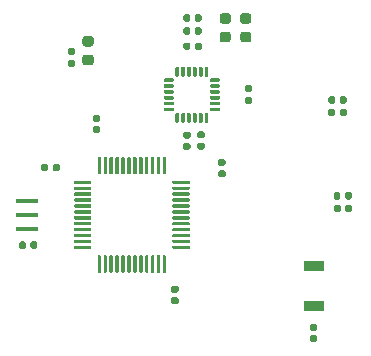
<source format=gbr>
%TF.GenerationSoftware,KiCad,Pcbnew,(5.1.6)-1*%
%TF.CreationDate,2020-08-01T22:19:46+05:30*%
%TF.ProjectId,first,66697273-742e-46b6-9963-61645f706362,rev?*%
%TF.SameCoordinates,Original*%
%TF.FileFunction,Paste,Top*%
%TF.FilePolarity,Positive*%
%FSLAX46Y46*%
G04 Gerber Fmt 4.6, Leading zero omitted, Abs format (unit mm)*
G04 Created by KiCad (PCBNEW (5.1.6)-1) date 2020-08-01 22:19:46*
%MOMM*%
%LPD*%
G01*
G04 APERTURE LIST*
%ADD10R,1.700000X0.900000*%
%ADD11R,1.900000X0.400000*%
G04 APERTURE END LIST*
D10*
%TO.C,BOOT*%
X69770000Y-59800000D03*
X69770000Y-63200000D03*
%TD*%
%TO.C,R5*%
G36*
G01*
X69942500Y-65320000D02*
X69597500Y-65320000D01*
G75*
G02*
X69450000Y-65172500I0J147500D01*
G01*
X69450000Y-64877500D01*
G75*
G02*
X69597500Y-64730000I147500J0D01*
G01*
X69942500Y-64730000D01*
G75*
G02*
X70090000Y-64877500I0J-147500D01*
G01*
X70090000Y-65172500D01*
G75*
G02*
X69942500Y-65320000I-147500J0D01*
G01*
G37*
G36*
G01*
X69942500Y-66290000D02*
X69597500Y-66290000D01*
G75*
G02*
X69450000Y-66142500I0J147500D01*
G01*
X69450000Y-65847500D01*
G75*
G02*
X69597500Y-65700000I147500J0D01*
G01*
X69942500Y-65700000D01*
G75*
G02*
X70090000Y-65847500I0J-147500D01*
G01*
X70090000Y-66142500D01*
G75*
G02*
X69942500Y-66290000I-147500J0D01*
G01*
G37*
%TD*%
%TO.C,C0_ST1*%
G36*
G01*
X62162500Y-52335000D02*
X61817500Y-52335000D01*
G75*
G02*
X61670000Y-52187500I0J147500D01*
G01*
X61670000Y-51892500D01*
G75*
G02*
X61817500Y-51745000I147500J0D01*
G01*
X62162500Y-51745000D01*
G75*
G02*
X62310000Y-51892500I0J-147500D01*
G01*
X62310000Y-52187500D01*
G75*
G02*
X62162500Y-52335000I-147500J0D01*
G01*
G37*
G36*
G01*
X62162500Y-51365000D02*
X61817500Y-51365000D01*
G75*
G02*
X61670000Y-51217500I0J147500D01*
G01*
X61670000Y-50922500D01*
G75*
G02*
X61817500Y-50775000I147500J0D01*
G01*
X62162500Y-50775000D01*
G75*
G02*
X62310000Y-50922500I0J-147500D01*
G01*
X62310000Y-51217500D01*
G75*
G02*
X62162500Y-51365000I-147500J0D01*
G01*
G37*
%TD*%
%TO.C,C1_G1*%
G36*
G01*
X59710000Y-41412500D02*
X59710000Y-41067500D01*
G75*
G02*
X59857500Y-40920000I147500J0D01*
G01*
X60152500Y-40920000D01*
G75*
G02*
X60300000Y-41067500I0J-147500D01*
G01*
X60300000Y-41412500D01*
G75*
G02*
X60152500Y-41560000I-147500J0D01*
G01*
X59857500Y-41560000D01*
G75*
G02*
X59710000Y-41412500I0J147500D01*
G01*
G37*
G36*
G01*
X58740000Y-41412500D02*
X58740000Y-41067500D01*
G75*
G02*
X58887500Y-40920000I147500J0D01*
G01*
X59182500Y-40920000D01*
G75*
G02*
X59330000Y-41067500I0J-147500D01*
G01*
X59330000Y-41412500D01*
G75*
G02*
X59182500Y-41560000I-147500J0D01*
G01*
X58887500Y-41560000D01*
G75*
G02*
X58740000Y-41412500I0J147500D01*
G01*
G37*
%TD*%
%TO.C,C1_ST1*%
G36*
G01*
X48250000Y-51327500D02*
X48250000Y-51672500D01*
G75*
G02*
X48102500Y-51820000I-147500J0D01*
G01*
X47807500Y-51820000D01*
G75*
G02*
X47660000Y-51672500I0J147500D01*
G01*
X47660000Y-51327500D01*
G75*
G02*
X47807500Y-51180000I147500J0D01*
G01*
X48102500Y-51180000D01*
G75*
G02*
X48250000Y-51327500I0J-147500D01*
G01*
G37*
G36*
G01*
X47280000Y-51327500D02*
X47280000Y-51672500D01*
G75*
G02*
X47132500Y-51820000I-147500J0D01*
G01*
X46837500Y-51820000D01*
G75*
G02*
X46690000Y-51672500I0J147500D01*
G01*
X46690000Y-51327500D01*
G75*
G02*
X46837500Y-51180000I147500J0D01*
G01*
X47132500Y-51180000D01*
G75*
G02*
X47280000Y-51327500I0J-147500D01*
G01*
G37*
%TD*%
%TO.C,C2_G1*%
G36*
G01*
X64087500Y-44530000D02*
X64432500Y-44530000D01*
G75*
G02*
X64580000Y-44677500I0J-147500D01*
G01*
X64580000Y-44972500D01*
G75*
G02*
X64432500Y-45120000I-147500J0D01*
G01*
X64087500Y-45120000D01*
G75*
G02*
X63940000Y-44972500I0J147500D01*
G01*
X63940000Y-44677500D01*
G75*
G02*
X64087500Y-44530000I147500J0D01*
G01*
G37*
G36*
G01*
X64087500Y-45500000D02*
X64432500Y-45500000D01*
G75*
G02*
X64580000Y-45647500I0J-147500D01*
G01*
X64580000Y-45942500D01*
G75*
G02*
X64432500Y-46090000I-147500J0D01*
G01*
X64087500Y-46090000D01*
G75*
G02*
X63940000Y-45942500I0J147500D01*
G01*
X63940000Y-45647500D01*
G75*
G02*
X64087500Y-45500000I147500J0D01*
G01*
G37*
%TD*%
%TO.C,C2_ST1*%
G36*
G01*
X51552500Y-47635000D02*
X51207500Y-47635000D01*
G75*
G02*
X51060000Y-47487500I0J147500D01*
G01*
X51060000Y-47192500D01*
G75*
G02*
X51207500Y-47045000I147500J0D01*
G01*
X51552500Y-47045000D01*
G75*
G02*
X51700000Y-47192500I0J-147500D01*
G01*
X51700000Y-47487500D01*
G75*
G02*
X51552500Y-47635000I-147500J0D01*
G01*
G37*
G36*
G01*
X51552500Y-48605000D02*
X51207500Y-48605000D01*
G75*
G02*
X51060000Y-48457500I0J147500D01*
G01*
X51060000Y-48162500D01*
G75*
G02*
X51207500Y-48015000I147500J0D01*
G01*
X51552500Y-48015000D01*
G75*
G02*
X51700000Y-48162500I0J-147500D01*
G01*
X51700000Y-48457500D01*
G75*
G02*
X51552500Y-48605000I-147500J0D01*
G01*
G37*
%TD*%
%TO.C,C3_G1*%
G36*
G01*
X60057500Y-48430000D02*
X60402500Y-48430000D01*
G75*
G02*
X60550000Y-48577500I0J-147500D01*
G01*
X60550000Y-48872500D01*
G75*
G02*
X60402500Y-49020000I-147500J0D01*
G01*
X60057500Y-49020000D01*
G75*
G02*
X59910000Y-48872500I0J147500D01*
G01*
X59910000Y-48577500D01*
G75*
G02*
X60057500Y-48430000I147500J0D01*
G01*
G37*
G36*
G01*
X60057500Y-49400000D02*
X60402500Y-49400000D01*
G75*
G02*
X60550000Y-49547500I0J-147500D01*
G01*
X60550000Y-49842500D01*
G75*
G02*
X60402500Y-49990000I-147500J0D01*
G01*
X60057500Y-49990000D01*
G75*
G02*
X59910000Y-49842500I0J147500D01*
G01*
X59910000Y-49547500D01*
G75*
G02*
X60057500Y-49400000I147500J0D01*
G01*
G37*
%TD*%
%TO.C,C3_ST1*%
G36*
G01*
X57837500Y-61515000D02*
X58182500Y-61515000D01*
G75*
G02*
X58330000Y-61662500I0J-147500D01*
G01*
X58330000Y-61957500D01*
G75*
G02*
X58182500Y-62105000I-147500J0D01*
G01*
X57837500Y-62105000D01*
G75*
G02*
X57690000Y-61957500I0J147500D01*
G01*
X57690000Y-61662500D01*
G75*
G02*
X57837500Y-61515000I147500J0D01*
G01*
G37*
G36*
G01*
X57837500Y-62485000D02*
X58182500Y-62485000D01*
G75*
G02*
X58330000Y-62632500I0J-147500D01*
G01*
X58330000Y-62927500D01*
G75*
G02*
X58182500Y-63075000I-147500J0D01*
G01*
X57837500Y-63075000D01*
G75*
G02*
X57690000Y-62927500I0J147500D01*
G01*
X57690000Y-62632500D01*
G75*
G02*
X57837500Y-62485000I147500J0D01*
G01*
G37*
%TD*%
%TO.C,C4_G1*%
G36*
G01*
X58857500Y-49425000D02*
X59202500Y-49425000D01*
G75*
G02*
X59350000Y-49572500I0J-147500D01*
G01*
X59350000Y-49867500D01*
G75*
G02*
X59202500Y-50015000I-147500J0D01*
G01*
X58857500Y-50015000D01*
G75*
G02*
X58710000Y-49867500I0J147500D01*
G01*
X58710000Y-49572500D01*
G75*
G02*
X58857500Y-49425000I147500J0D01*
G01*
G37*
G36*
G01*
X58857500Y-48455000D02*
X59202500Y-48455000D01*
G75*
G02*
X59350000Y-48602500I0J-147500D01*
G01*
X59350000Y-48897500D01*
G75*
G02*
X59202500Y-49045000I-147500J0D01*
G01*
X58857500Y-49045000D01*
G75*
G02*
X58710000Y-48897500I0J147500D01*
G01*
X58710000Y-48602500D01*
G75*
G02*
X58857500Y-48455000I147500J0D01*
G01*
G37*
%TD*%
%TO.C,C4_ST1*%
G36*
G01*
X45400000Y-57907500D02*
X45400000Y-58252500D01*
G75*
G02*
X45252500Y-58400000I-147500J0D01*
G01*
X44957500Y-58400000D01*
G75*
G02*
X44810000Y-58252500I0J147500D01*
G01*
X44810000Y-57907500D01*
G75*
G02*
X44957500Y-57760000I147500J0D01*
G01*
X45252500Y-57760000D01*
G75*
G02*
X45400000Y-57907500I0J-147500D01*
G01*
G37*
G36*
G01*
X46370000Y-57907500D02*
X46370000Y-58252500D01*
G75*
G02*
X46222500Y-58400000I-147500J0D01*
G01*
X45927500Y-58400000D01*
G75*
G02*
X45780000Y-58252500I0J147500D01*
G01*
X45780000Y-57907500D01*
G75*
G02*
X45927500Y-57760000I147500J0D01*
G01*
X46222500Y-57760000D01*
G75*
G02*
X46370000Y-57907500I0J-147500D01*
G01*
G37*
%TD*%
%TO.C,D1*%
G36*
G01*
X63773750Y-40020000D02*
X64286250Y-40020000D01*
G75*
G02*
X64505000Y-40238750I0J-218750D01*
G01*
X64505000Y-40676250D01*
G75*
G02*
X64286250Y-40895000I-218750J0D01*
G01*
X63773750Y-40895000D01*
G75*
G02*
X63555000Y-40676250I0J218750D01*
G01*
X63555000Y-40238750D01*
G75*
G02*
X63773750Y-40020000I218750J0D01*
G01*
G37*
G36*
G01*
X63773750Y-38445000D02*
X64286250Y-38445000D01*
G75*
G02*
X64505000Y-38663750I0J-218750D01*
G01*
X64505000Y-39101250D01*
G75*
G02*
X64286250Y-39320000I-218750J0D01*
G01*
X63773750Y-39320000D01*
G75*
G02*
X63555000Y-39101250I0J218750D01*
G01*
X63555000Y-38663750D01*
G75*
G02*
X63773750Y-38445000I218750J0D01*
G01*
G37*
%TD*%
%TO.C,D2*%
G36*
G01*
X62023750Y-38445000D02*
X62536250Y-38445000D01*
G75*
G02*
X62755000Y-38663750I0J-218750D01*
G01*
X62755000Y-39101250D01*
G75*
G02*
X62536250Y-39320000I-218750J0D01*
G01*
X62023750Y-39320000D01*
G75*
G02*
X61805000Y-39101250I0J218750D01*
G01*
X61805000Y-38663750D01*
G75*
G02*
X62023750Y-38445000I218750J0D01*
G01*
G37*
G36*
G01*
X62023750Y-40020000D02*
X62536250Y-40020000D01*
G75*
G02*
X62755000Y-40238750I0J-218750D01*
G01*
X62755000Y-40676250D01*
G75*
G02*
X62536250Y-40895000I-218750J0D01*
G01*
X62023750Y-40895000D01*
G75*
G02*
X61805000Y-40676250I0J218750D01*
G01*
X61805000Y-40238750D01*
G75*
G02*
X62023750Y-40020000I218750J0D01*
G01*
G37*
%TD*%
%TO.C,D3*%
G36*
G01*
X50926250Y-42835000D02*
X50413750Y-42835000D01*
G75*
G02*
X50195000Y-42616250I0J218750D01*
G01*
X50195000Y-42178750D01*
G75*
G02*
X50413750Y-41960000I218750J0D01*
G01*
X50926250Y-41960000D01*
G75*
G02*
X51145000Y-42178750I0J-218750D01*
G01*
X51145000Y-42616250D01*
G75*
G02*
X50926250Y-42835000I-218750J0D01*
G01*
G37*
G36*
G01*
X50926250Y-41260000D02*
X50413750Y-41260000D01*
G75*
G02*
X50195000Y-41041250I0J218750D01*
G01*
X50195000Y-40603750D01*
G75*
G02*
X50413750Y-40385000I218750J0D01*
G01*
X50926250Y-40385000D01*
G75*
G02*
X51145000Y-40603750I0J-218750D01*
G01*
X51145000Y-41041250D01*
G75*
G02*
X50926250Y-41260000I-218750J0D01*
G01*
G37*
%TD*%
%TO.C,R1*%
G36*
G01*
X71450000Y-54072500D02*
X71450000Y-53727500D01*
G75*
G02*
X71597500Y-53580000I147500J0D01*
G01*
X71892500Y-53580000D01*
G75*
G02*
X72040000Y-53727500I0J-147500D01*
G01*
X72040000Y-54072500D01*
G75*
G02*
X71892500Y-54220000I-147500J0D01*
G01*
X71597500Y-54220000D01*
G75*
G02*
X71450000Y-54072500I0J147500D01*
G01*
G37*
G36*
G01*
X72420000Y-54072500D02*
X72420000Y-53727500D01*
G75*
G02*
X72567500Y-53580000I147500J0D01*
G01*
X72862500Y-53580000D01*
G75*
G02*
X73010000Y-53727500I0J-147500D01*
G01*
X73010000Y-54072500D01*
G75*
G02*
X72862500Y-54220000I-147500J0D01*
G01*
X72567500Y-54220000D01*
G75*
G02*
X72420000Y-54072500I0J147500D01*
G01*
G37*
%TD*%
%TO.C,R2*%
G36*
G01*
X72425000Y-55142500D02*
X72425000Y-54797500D01*
G75*
G02*
X72572500Y-54650000I147500J0D01*
G01*
X72867500Y-54650000D01*
G75*
G02*
X73015000Y-54797500I0J-147500D01*
G01*
X73015000Y-55142500D01*
G75*
G02*
X72867500Y-55290000I-147500J0D01*
G01*
X72572500Y-55290000D01*
G75*
G02*
X72425000Y-55142500I0J147500D01*
G01*
G37*
G36*
G01*
X71455000Y-55142500D02*
X71455000Y-54797500D01*
G75*
G02*
X71602500Y-54650000I147500J0D01*
G01*
X71897500Y-54650000D01*
G75*
G02*
X72045000Y-54797500I0J-147500D01*
G01*
X72045000Y-55142500D01*
G75*
G02*
X71897500Y-55290000I-147500J0D01*
G01*
X71602500Y-55290000D01*
G75*
G02*
X71455000Y-55142500I0J147500D01*
G01*
G37*
%TD*%
%TO.C,R3*%
G36*
G01*
X71970000Y-45952500D02*
X71970000Y-45607500D01*
G75*
G02*
X72117500Y-45460000I147500J0D01*
G01*
X72412500Y-45460000D01*
G75*
G02*
X72560000Y-45607500I0J-147500D01*
G01*
X72560000Y-45952500D01*
G75*
G02*
X72412500Y-46100000I-147500J0D01*
G01*
X72117500Y-46100000D01*
G75*
G02*
X71970000Y-45952500I0J147500D01*
G01*
G37*
G36*
G01*
X71000000Y-45952500D02*
X71000000Y-45607500D01*
G75*
G02*
X71147500Y-45460000I147500J0D01*
G01*
X71442500Y-45460000D01*
G75*
G02*
X71590000Y-45607500I0J-147500D01*
G01*
X71590000Y-45952500D01*
G75*
G02*
X71442500Y-46100000I-147500J0D01*
G01*
X71147500Y-46100000D01*
G75*
G02*
X71000000Y-45952500I0J147500D01*
G01*
G37*
%TD*%
%TO.C,R4*%
G36*
G01*
X71005000Y-47012500D02*
X71005000Y-46667500D01*
G75*
G02*
X71152500Y-46520000I147500J0D01*
G01*
X71447500Y-46520000D01*
G75*
G02*
X71595000Y-46667500I0J-147500D01*
G01*
X71595000Y-47012500D01*
G75*
G02*
X71447500Y-47160000I-147500J0D01*
G01*
X71152500Y-47160000D01*
G75*
G02*
X71005000Y-47012500I0J147500D01*
G01*
G37*
G36*
G01*
X71975000Y-47012500D02*
X71975000Y-46667500D01*
G75*
G02*
X72122500Y-46520000I147500J0D01*
G01*
X72417500Y-46520000D01*
G75*
G02*
X72565000Y-46667500I0J-147500D01*
G01*
X72565000Y-47012500D01*
G75*
G02*
X72417500Y-47160000I-147500J0D01*
G01*
X72122500Y-47160000D01*
G75*
G02*
X71975000Y-47012500I0J147500D01*
G01*
G37*
%TD*%
%TO.C,R1_L1*%
G36*
G01*
X49442500Y-42960000D02*
X49097500Y-42960000D01*
G75*
G02*
X48950000Y-42812500I0J147500D01*
G01*
X48950000Y-42517500D01*
G75*
G02*
X49097500Y-42370000I147500J0D01*
G01*
X49442500Y-42370000D01*
G75*
G02*
X49590000Y-42517500I0J-147500D01*
G01*
X49590000Y-42812500D01*
G75*
G02*
X49442500Y-42960000I-147500J0D01*
G01*
G37*
G36*
G01*
X49442500Y-41990000D02*
X49097500Y-41990000D01*
G75*
G02*
X48950000Y-41842500I0J147500D01*
G01*
X48950000Y-41547500D01*
G75*
G02*
X49097500Y-41400000I147500J0D01*
G01*
X49442500Y-41400000D01*
G75*
G02*
X49590000Y-41547500I0J-147500D01*
G01*
X49590000Y-41842500D01*
G75*
G02*
X49442500Y-41990000I-147500J0D01*
G01*
G37*
%TD*%
%TO.C,R1_L2*%
G36*
G01*
X59700000Y-40102500D02*
X59700000Y-39757500D01*
G75*
G02*
X59847500Y-39610000I147500J0D01*
G01*
X60142500Y-39610000D01*
G75*
G02*
X60290000Y-39757500I0J-147500D01*
G01*
X60290000Y-40102500D01*
G75*
G02*
X60142500Y-40250000I-147500J0D01*
G01*
X59847500Y-40250000D01*
G75*
G02*
X59700000Y-40102500I0J147500D01*
G01*
G37*
G36*
G01*
X58730000Y-40102500D02*
X58730000Y-39757500D01*
G75*
G02*
X58877500Y-39610000I147500J0D01*
G01*
X59172500Y-39610000D01*
G75*
G02*
X59320000Y-39757500I0J-147500D01*
G01*
X59320000Y-40102500D01*
G75*
G02*
X59172500Y-40250000I-147500J0D01*
G01*
X58877500Y-40250000D01*
G75*
G02*
X58730000Y-40102500I0J147500D01*
G01*
G37*
%TD*%
%TO.C,R2_L1*%
G36*
G01*
X58730000Y-39032500D02*
X58730000Y-38687500D01*
G75*
G02*
X58877500Y-38540000I147500J0D01*
G01*
X59172500Y-38540000D01*
G75*
G02*
X59320000Y-38687500I0J-147500D01*
G01*
X59320000Y-39032500D01*
G75*
G02*
X59172500Y-39180000I-147500J0D01*
G01*
X58877500Y-39180000D01*
G75*
G02*
X58730000Y-39032500I0J147500D01*
G01*
G37*
G36*
G01*
X59700000Y-39032500D02*
X59700000Y-38687500D01*
G75*
G02*
X59847500Y-38540000I147500J0D01*
G01*
X60142500Y-38540000D01*
G75*
G02*
X60290000Y-38687500I0J-147500D01*
G01*
X60290000Y-39032500D01*
G75*
G02*
X60142500Y-39180000I-147500J0D01*
G01*
X59847500Y-39180000D01*
G75*
G02*
X59700000Y-39032500I0J147500D01*
G01*
G37*
%TD*%
%TO.C,U2*%
G36*
G01*
X49480000Y-52835000D02*
X49480000Y-52685000D01*
G75*
G02*
X49555000Y-52610000I75000J0D01*
G01*
X50880000Y-52610000D01*
G75*
G02*
X50955000Y-52685000I0J-75000D01*
G01*
X50955000Y-52835000D01*
G75*
G02*
X50880000Y-52910000I-75000J0D01*
G01*
X49555000Y-52910000D01*
G75*
G02*
X49480000Y-52835000I0J75000D01*
G01*
G37*
G36*
G01*
X49480000Y-53335000D02*
X49480000Y-53185000D01*
G75*
G02*
X49555000Y-53110000I75000J0D01*
G01*
X50880000Y-53110000D01*
G75*
G02*
X50955000Y-53185000I0J-75000D01*
G01*
X50955000Y-53335000D01*
G75*
G02*
X50880000Y-53410000I-75000J0D01*
G01*
X49555000Y-53410000D01*
G75*
G02*
X49480000Y-53335000I0J75000D01*
G01*
G37*
G36*
G01*
X49480000Y-53835000D02*
X49480000Y-53685000D01*
G75*
G02*
X49555000Y-53610000I75000J0D01*
G01*
X50880000Y-53610000D01*
G75*
G02*
X50955000Y-53685000I0J-75000D01*
G01*
X50955000Y-53835000D01*
G75*
G02*
X50880000Y-53910000I-75000J0D01*
G01*
X49555000Y-53910000D01*
G75*
G02*
X49480000Y-53835000I0J75000D01*
G01*
G37*
G36*
G01*
X49480000Y-54335000D02*
X49480000Y-54185000D01*
G75*
G02*
X49555000Y-54110000I75000J0D01*
G01*
X50880000Y-54110000D01*
G75*
G02*
X50955000Y-54185000I0J-75000D01*
G01*
X50955000Y-54335000D01*
G75*
G02*
X50880000Y-54410000I-75000J0D01*
G01*
X49555000Y-54410000D01*
G75*
G02*
X49480000Y-54335000I0J75000D01*
G01*
G37*
G36*
G01*
X49480000Y-54835000D02*
X49480000Y-54685000D01*
G75*
G02*
X49555000Y-54610000I75000J0D01*
G01*
X50880000Y-54610000D01*
G75*
G02*
X50955000Y-54685000I0J-75000D01*
G01*
X50955000Y-54835000D01*
G75*
G02*
X50880000Y-54910000I-75000J0D01*
G01*
X49555000Y-54910000D01*
G75*
G02*
X49480000Y-54835000I0J75000D01*
G01*
G37*
G36*
G01*
X49480000Y-55335000D02*
X49480000Y-55185000D01*
G75*
G02*
X49555000Y-55110000I75000J0D01*
G01*
X50880000Y-55110000D01*
G75*
G02*
X50955000Y-55185000I0J-75000D01*
G01*
X50955000Y-55335000D01*
G75*
G02*
X50880000Y-55410000I-75000J0D01*
G01*
X49555000Y-55410000D01*
G75*
G02*
X49480000Y-55335000I0J75000D01*
G01*
G37*
G36*
G01*
X49480000Y-55835000D02*
X49480000Y-55685000D01*
G75*
G02*
X49555000Y-55610000I75000J0D01*
G01*
X50880000Y-55610000D01*
G75*
G02*
X50955000Y-55685000I0J-75000D01*
G01*
X50955000Y-55835000D01*
G75*
G02*
X50880000Y-55910000I-75000J0D01*
G01*
X49555000Y-55910000D01*
G75*
G02*
X49480000Y-55835000I0J75000D01*
G01*
G37*
G36*
G01*
X49480000Y-56335000D02*
X49480000Y-56185000D01*
G75*
G02*
X49555000Y-56110000I75000J0D01*
G01*
X50880000Y-56110000D01*
G75*
G02*
X50955000Y-56185000I0J-75000D01*
G01*
X50955000Y-56335000D01*
G75*
G02*
X50880000Y-56410000I-75000J0D01*
G01*
X49555000Y-56410000D01*
G75*
G02*
X49480000Y-56335000I0J75000D01*
G01*
G37*
G36*
G01*
X49480000Y-56835000D02*
X49480000Y-56685000D01*
G75*
G02*
X49555000Y-56610000I75000J0D01*
G01*
X50880000Y-56610000D01*
G75*
G02*
X50955000Y-56685000I0J-75000D01*
G01*
X50955000Y-56835000D01*
G75*
G02*
X50880000Y-56910000I-75000J0D01*
G01*
X49555000Y-56910000D01*
G75*
G02*
X49480000Y-56835000I0J75000D01*
G01*
G37*
G36*
G01*
X49480000Y-57335000D02*
X49480000Y-57185000D01*
G75*
G02*
X49555000Y-57110000I75000J0D01*
G01*
X50880000Y-57110000D01*
G75*
G02*
X50955000Y-57185000I0J-75000D01*
G01*
X50955000Y-57335000D01*
G75*
G02*
X50880000Y-57410000I-75000J0D01*
G01*
X49555000Y-57410000D01*
G75*
G02*
X49480000Y-57335000I0J75000D01*
G01*
G37*
G36*
G01*
X49480000Y-57835000D02*
X49480000Y-57685000D01*
G75*
G02*
X49555000Y-57610000I75000J0D01*
G01*
X50880000Y-57610000D01*
G75*
G02*
X50955000Y-57685000I0J-75000D01*
G01*
X50955000Y-57835000D01*
G75*
G02*
X50880000Y-57910000I-75000J0D01*
G01*
X49555000Y-57910000D01*
G75*
G02*
X49480000Y-57835000I0J75000D01*
G01*
G37*
G36*
G01*
X49480000Y-58335000D02*
X49480000Y-58185000D01*
G75*
G02*
X49555000Y-58110000I75000J0D01*
G01*
X50880000Y-58110000D01*
G75*
G02*
X50955000Y-58185000I0J-75000D01*
G01*
X50955000Y-58335000D01*
G75*
G02*
X50880000Y-58410000I-75000J0D01*
G01*
X49555000Y-58410000D01*
G75*
G02*
X49480000Y-58335000I0J75000D01*
G01*
G37*
G36*
G01*
X51480000Y-60335000D02*
X51480000Y-59010000D01*
G75*
G02*
X51555000Y-58935000I75000J0D01*
G01*
X51705000Y-58935000D01*
G75*
G02*
X51780000Y-59010000I0J-75000D01*
G01*
X51780000Y-60335000D01*
G75*
G02*
X51705000Y-60410000I-75000J0D01*
G01*
X51555000Y-60410000D01*
G75*
G02*
X51480000Y-60335000I0J75000D01*
G01*
G37*
G36*
G01*
X51980000Y-60335000D02*
X51980000Y-59010000D01*
G75*
G02*
X52055000Y-58935000I75000J0D01*
G01*
X52205000Y-58935000D01*
G75*
G02*
X52280000Y-59010000I0J-75000D01*
G01*
X52280000Y-60335000D01*
G75*
G02*
X52205000Y-60410000I-75000J0D01*
G01*
X52055000Y-60410000D01*
G75*
G02*
X51980000Y-60335000I0J75000D01*
G01*
G37*
G36*
G01*
X52480000Y-60335000D02*
X52480000Y-59010000D01*
G75*
G02*
X52555000Y-58935000I75000J0D01*
G01*
X52705000Y-58935000D01*
G75*
G02*
X52780000Y-59010000I0J-75000D01*
G01*
X52780000Y-60335000D01*
G75*
G02*
X52705000Y-60410000I-75000J0D01*
G01*
X52555000Y-60410000D01*
G75*
G02*
X52480000Y-60335000I0J75000D01*
G01*
G37*
G36*
G01*
X52980000Y-60335000D02*
X52980000Y-59010000D01*
G75*
G02*
X53055000Y-58935000I75000J0D01*
G01*
X53205000Y-58935000D01*
G75*
G02*
X53280000Y-59010000I0J-75000D01*
G01*
X53280000Y-60335000D01*
G75*
G02*
X53205000Y-60410000I-75000J0D01*
G01*
X53055000Y-60410000D01*
G75*
G02*
X52980000Y-60335000I0J75000D01*
G01*
G37*
G36*
G01*
X53480000Y-60335000D02*
X53480000Y-59010000D01*
G75*
G02*
X53555000Y-58935000I75000J0D01*
G01*
X53705000Y-58935000D01*
G75*
G02*
X53780000Y-59010000I0J-75000D01*
G01*
X53780000Y-60335000D01*
G75*
G02*
X53705000Y-60410000I-75000J0D01*
G01*
X53555000Y-60410000D01*
G75*
G02*
X53480000Y-60335000I0J75000D01*
G01*
G37*
G36*
G01*
X53980000Y-60335000D02*
X53980000Y-59010000D01*
G75*
G02*
X54055000Y-58935000I75000J0D01*
G01*
X54205000Y-58935000D01*
G75*
G02*
X54280000Y-59010000I0J-75000D01*
G01*
X54280000Y-60335000D01*
G75*
G02*
X54205000Y-60410000I-75000J0D01*
G01*
X54055000Y-60410000D01*
G75*
G02*
X53980000Y-60335000I0J75000D01*
G01*
G37*
G36*
G01*
X54480000Y-60335000D02*
X54480000Y-59010000D01*
G75*
G02*
X54555000Y-58935000I75000J0D01*
G01*
X54705000Y-58935000D01*
G75*
G02*
X54780000Y-59010000I0J-75000D01*
G01*
X54780000Y-60335000D01*
G75*
G02*
X54705000Y-60410000I-75000J0D01*
G01*
X54555000Y-60410000D01*
G75*
G02*
X54480000Y-60335000I0J75000D01*
G01*
G37*
G36*
G01*
X54980000Y-60335000D02*
X54980000Y-59010000D01*
G75*
G02*
X55055000Y-58935000I75000J0D01*
G01*
X55205000Y-58935000D01*
G75*
G02*
X55280000Y-59010000I0J-75000D01*
G01*
X55280000Y-60335000D01*
G75*
G02*
X55205000Y-60410000I-75000J0D01*
G01*
X55055000Y-60410000D01*
G75*
G02*
X54980000Y-60335000I0J75000D01*
G01*
G37*
G36*
G01*
X55480000Y-60335000D02*
X55480000Y-59010000D01*
G75*
G02*
X55555000Y-58935000I75000J0D01*
G01*
X55705000Y-58935000D01*
G75*
G02*
X55780000Y-59010000I0J-75000D01*
G01*
X55780000Y-60335000D01*
G75*
G02*
X55705000Y-60410000I-75000J0D01*
G01*
X55555000Y-60410000D01*
G75*
G02*
X55480000Y-60335000I0J75000D01*
G01*
G37*
G36*
G01*
X55980000Y-60335000D02*
X55980000Y-59010000D01*
G75*
G02*
X56055000Y-58935000I75000J0D01*
G01*
X56205000Y-58935000D01*
G75*
G02*
X56280000Y-59010000I0J-75000D01*
G01*
X56280000Y-60335000D01*
G75*
G02*
X56205000Y-60410000I-75000J0D01*
G01*
X56055000Y-60410000D01*
G75*
G02*
X55980000Y-60335000I0J75000D01*
G01*
G37*
G36*
G01*
X56480000Y-60335000D02*
X56480000Y-59010000D01*
G75*
G02*
X56555000Y-58935000I75000J0D01*
G01*
X56705000Y-58935000D01*
G75*
G02*
X56780000Y-59010000I0J-75000D01*
G01*
X56780000Y-60335000D01*
G75*
G02*
X56705000Y-60410000I-75000J0D01*
G01*
X56555000Y-60410000D01*
G75*
G02*
X56480000Y-60335000I0J75000D01*
G01*
G37*
G36*
G01*
X56980000Y-60335000D02*
X56980000Y-59010000D01*
G75*
G02*
X57055000Y-58935000I75000J0D01*
G01*
X57205000Y-58935000D01*
G75*
G02*
X57280000Y-59010000I0J-75000D01*
G01*
X57280000Y-60335000D01*
G75*
G02*
X57205000Y-60410000I-75000J0D01*
G01*
X57055000Y-60410000D01*
G75*
G02*
X56980000Y-60335000I0J75000D01*
G01*
G37*
G36*
G01*
X57805000Y-58335000D02*
X57805000Y-58185000D01*
G75*
G02*
X57880000Y-58110000I75000J0D01*
G01*
X59205000Y-58110000D01*
G75*
G02*
X59280000Y-58185000I0J-75000D01*
G01*
X59280000Y-58335000D01*
G75*
G02*
X59205000Y-58410000I-75000J0D01*
G01*
X57880000Y-58410000D01*
G75*
G02*
X57805000Y-58335000I0J75000D01*
G01*
G37*
G36*
G01*
X57805000Y-57835000D02*
X57805000Y-57685000D01*
G75*
G02*
X57880000Y-57610000I75000J0D01*
G01*
X59205000Y-57610000D01*
G75*
G02*
X59280000Y-57685000I0J-75000D01*
G01*
X59280000Y-57835000D01*
G75*
G02*
X59205000Y-57910000I-75000J0D01*
G01*
X57880000Y-57910000D01*
G75*
G02*
X57805000Y-57835000I0J75000D01*
G01*
G37*
G36*
G01*
X57805000Y-57335000D02*
X57805000Y-57185000D01*
G75*
G02*
X57880000Y-57110000I75000J0D01*
G01*
X59205000Y-57110000D01*
G75*
G02*
X59280000Y-57185000I0J-75000D01*
G01*
X59280000Y-57335000D01*
G75*
G02*
X59205000Y-57410000I-75000J0D01*
G01*
X57880000Y-57410000D01*
G75*
G02*
X57805000Y-57335000I0J75000D01*
G01*
G37*
G36*
G01*
X57805000Y-56835000D02*
X57805000Y-56685000D01*
G75*
G02*
X57880000Y-56610000I75000J0D01*
G01*
X59205000Y-56610000D01*
G75*
G02*
X59280000Y-56685000I0J-75000D01*
G01*
X59280000Y-56835000D01*
G75*
G02*
X59205000Y-56910000I-75000J0D01*
G01*
X57880000Y-56910000D01*
G75*
G02*
X57805000Y-56835000I0J75000D01*
G01*
G37*
G36*
G01*
X57805000Y-56335000D02*
X57805000Y-56185000D01*
G75*
G02*
X57880000Y-56110000I75000J0D01*
G01*
X59205000Y-56110000D01*
G75*
G02*
X59280000Y-56185000I0J-75000D01*
G01*
X59280000Y-56335000D01*
G75*
G02*
X59205000Y-56410000I-75000J0D01*
G01*
X57880000Y-56410000D01*
G75*
G02*
X57805000Y-56335000I0J75000D01*
G01*
G37*
G36*
G01*
X57805000Y-55835000D02*
X57805000Y-55685000D01*
G75*
G02*
X57880000Y-55610000I75000J0D01*
G01*
X59205000Y-55610000D01*
G75*
G02*
X59280000Y-55685000I0J-75000D01*
G01*
X59280000Y-55835000D01*
G75*
G02*
X59205000Y-55910000I-75000J0D01*
G01*
X57880000Y-55910000D01*
G75*
G02*
X57805000Y-55835000I0J75000D01*
G01*
G37*
G36*
G01*
X57805000Y-55335000D02*
X57805000Y-55185000D01*
G75*
G02*
X57880000Y-55110000I75000J0D01*
G01*
X59205000Y-55110000D01*
G75*
G02*
X59280000Y-55185000I0J-75000D01*
G01*
X59280000Y-55335000D01*
G75*
G02*
X59205000Y-55410000I-75000J0D01*
G01*
X57880000Y-55410000D01*
G75*
G02*
X57805000Y-55335000I0J75000D01*
G01*
G37*
G36*
G01*
X57805000Y-54835000D02*
X57805000Y-54685000D01*
G75*
G02*
X57880000Y-54610000I75000J0D01*
G01*
X59205000Y-54610000D01*
G75*
G02*
X59280000Y-54685000I0J-75000D01*
G01*
X59280000Y-54835000D01*
G75*
G02*
X59205000Y-54910000I-75000J0D01*
G01*
X57880000Y-54910000D01*
G75*
G02*
X57805000Y-54835000I0J75000D01*
G01*
G37*
G36*
G01*
X57805000Y-54335000D02*
X57805000Y-54185000D01*
G75*
G02*
X57880000Y-54110000I75000J0D01*
G01*
X59205000Y-54110000D01*
G75*
G02*
X59280000Y-54185000I0J-75000D01*
G01*
X59280000Y-54335000D01*
G75*
G02*
X59205000Y-54410000I-75000J0D01*
G01*
X57880000Y-54410000D01*
G75*
G02*
X57805000Y-54335000I0J75000D01*
G01*
G37*
G36*
G01*
X57805000Y-53835000D02*
X57805000Y-53685000D01*
G75*
G02*
X57880000Y-53610000I75000J0D01*
G01*
X59205000Y-53610000D01*
G75*
G02*
X59280000Y-53685000I0J-75000D01*
G01*
X59280000Y-53835000D01*
G75*
G02*
X59205000Y-53910000I-75000J0D01*
G01*
X57880000Y-53910000D01*
G75*
G02*
X57805000Y-53835000I0J75000D01*
G01*
G37*
G36*
G01*
X57805000Y-53335000D02*
X57805000Y-53185000D01*
G75*
G02*
X57880000Y-53110000I75000J0D01*
G01*
X59205000Y-53110000D01*
G75*
G02*
X59280000Y-53185000I0J-75000D01*
G01*
X59280000Y-53335000D01*
G75*
G02*
X59205000Y-53410000I-75000J0D01*
G01*
X57880000Y-53410000D01*
G75*
G02*
X57805000Y-53335000I0J75000D01*
G01*
G37*
G36*
G01*
X57805000Y-52835000D02*
X57805000Y-52685000D01*
G75*
G02*
X57880000Y-52610000I75000J0D01*
G01*
X59205000Y-52610000D01*
G75*
G02*
X59280000Y-52685000I0J-75000D01*
G01*
X59280000Y-52835000D01*
G75*
G02*
X59205000Y-52910000I-75000J0D01*
G01*
X57880000Y-52910000D01*
G75*
G02*
X57805000Y-52835000I0J75000D01*
G01*
G37*
G36*
G01*
X56980000Y-52010000D02*
X56980000Y-50685000D01*
G75*
G02*
X57055000Y-50610000I75000J0D01*
G01*
X57205000Y-50610000D01*
G75*
G02*
X57280000Y-50685000I0J-75000D01*
G01*
X57280000Y-52010000D01*
G75*
G02*
X57205000Y-52085000I-75000J0D01*
G01*
X57055000Y-52085000D01*
G75*
G02*
X56980000Y-52010000I0J75000D01*
G01*
G37*
G36*
G01*
X56480000Y-52010000D02*
X56480000Y-50685000D01*
G75*
G02*
X56555000Y-50610000I75000J0D01*
G01*
X56705000Y-50610000D01*
G75*
G02*
X56780000Y-50685000I0J-75000D01*
G01*
X56780000Y-52010000D01*
G75*
G02*
X56705000Y-52085000I-75000J0D01*
G01*
X56555000Y-52085000D01*
G75*
G02*
X56480000Y-52010000I0J75000D01*
G01*
G37*
G36*
G01*
X55980000Y-52010000D02*
X55980000Y-50685000D01*
G75*
G02*
X56055000Y-50610000I75000J0D01*
G01*
X56205000Y-50610000D01*
G75*
G02*
X56280000Y-50685000I0J-75000D01*
G01*
X56280000Y-52010000D01*
G75*
G02*
X56205000Y-52085000I-75000J0D01*
G01*
X56055000Y-52085000D01*
G75*
G02*
X55980000Y-52010000I0J75000D01*
G01*
G37*
G36*
G01*
X55480000Y-52010000D02*
X55480000Y-50685000D01*
G75*
G02*
X55555000Y-50610000I75000J0D01*
G01*
X55705000Y-50610000D01*
G75*
G02*
X55780000Y-50685000I0J-75000D01*
G01*
X55780000Y-52010000D01*
G75*
G02*
X55705000Y-52085000I-75000J0D01*
G01*
X55555000Y-52085000D01*
G75*
G02*
X55480000Y-52010000I0J75000D01*
G01*
G37*
G36*
G01*
X54980000Y-52010000D02*
X54980000Y-50685000D01*
G75*
G02*
X55055000Y-50610000I75000J0D01*
G01*
X55205000Y-50610000D01*
G75*
G02*
X55280000Y-50685000I0J-75000D01*
G01*
X55280000Y-52010000D01*
G75*
G02*
X55205000Y-52085000I-75000J0D01*
G01*
X55055000Y-52085000D01*
G75*
G02*
X54980000Y-52010000I0J75000D01*
G01*
G37*
G36*
G01*
X54480000Y-52010000D02*
X54480000Y-50685000D01*
G75*
G02*
X54555000Y-50610000I75000J0D01*
G01*
X54705000Y-50610000D01*
G75*
G02*
X54780000Y-50685000I0J-75000D01*
G01*
X54780000Y-52010000D01*
G75*
G02*
X54705000Y-52085000I-75000J0D01*
G01*
X54555000Y-52085000D01*
G75*
G02*
X54480000Y-52010000I0J75000D01*
G01*
G37*
G36*
G01*
X53980000Y-52010000D02*
X53980000Y-50685000D01*
G75*
G02*
X54055000Y-50610000I75000J0D01*
G01*
X54205000Y-50610000D01*
G75*
G02*
X54280000Y-50685000I0J-75000D01*
G01*
X54280000Y-52010000D01*
G75*
G02*
X54205000Y-52085000I-75000J0D01*
G01*
X54055000Y-52085000D01*
G75*
G02*
X53980000Y-52010000I0J75000D01*
G01*
G37*
G36*
G01*
X53480000Y-52010000D02*
X53480000Y-50685000D01*
G75*
G02*
X53555000Y-50610000I75000J0D01*
G01*
X53705000Y-50610000D01*
G75*
G02*
X53780000Y-50685000I0J-75000D01*
G01*
X53780000Y-52010000D01*
G75*
G02*
X53705000Y-52085000I-75000J0D01*
G01*
X53555000Y-52085000D01*
G75*
G02*
X53480000Y-52010000I0J75000D01*
G01*
G37*
G36*
G01*
X52980000Y-52010000D02*
X52980000Y-50685000D01*
G75*
G02*
X53055000Y-50610000I75000J0D01*
G01*
X53205000Y-50610000D01*
G75*
G02*
X53280000Y-50685000I0J-75000D01*
G01*
X53280000Y-52010000D01*
G75*
G02*
X53205000Y-52085000I-75000J0D01*
G01*
X53055000Y-52085000D01*
G75*
G02*
X52980000Y-52010000I0J75000D01*
G01*
G37*
G36*
G01*
X52480000Y-52010000D02*
X52480000Y-50685000D01*
G75*
G02*
X52555000Y-50610000I75000J0D01*
G01*
X52705000Y-50610000D01*
G75*
G02*
X52780000Y-50685000I0J-75000D01*
G01*
X52780000Y-52010000D01*
G75*
G02*
X52705000Y-52085000I-75000J0D01*
G01*
X52555000Y-52085000D01*
G75*
G02*
X52480000Y-52010000I0J75000D01*
G01*
G37*
G36*
G01*
X51980000Y-52010000D02*
X51980000Y-50685000D01*
G75*
G02*
X52055000Y-50610000I75000J0D01*
G01*
X52205000Y-50610000D01*
G75*
G02*
X52280000Y-50685000I0J-75000D01*
G01*
X52280000Y-52010000D01*
G75*
G02*
X52205000Y-52085000I-75000J0D01*
G01*
X52055000Y-52085000D01*
G75*
G02*
X51980000Y-52010000I0J75000D01*
G01*
G37*
G36*
G01*
X51480000Y-52010000D02*
X51480000Y-50685000D01*
G75*
G02*
X51555000Y-50610000I75000J0D01*
G01*
X51705000Y-50610000D01*
G75*
G02*
X51780000Y-50685000I0J-75000D01*
G01*
X51780000Y-52010000D01*
G75*
G02*
X51705000Y-52085000I-75000J0D01*
G01*
X51555000Y-52085000D01*
G75*
G02*
X51480000Y-52010000I0J75000D01*
G01*
G37*
%TD*%
%TO.C,U3*%
G36*
G01*
X57085000Y-44175000D02*
X57085000Y-44025000D01*
G75*
G02*
X57160000Y-43950000I75000J0D01*
G01*
X57860000Y-43950000D01*
G75*
G02*
X57935000Y-44025000I0J-75000D01*
G01*
X57935000Y-44175000D01*
G75*
G02*
X57860000Y-44250000I-75000J0D01*
G01*
X57160000Y-44250000D01*
G75*
G02*
X57085000Y-44175000I0J75000D01*
G01*
G37*
G36*
G01*
X57085000Y-44675000D02*
X57085000Y-44525000D01*
G75*
G02*
X57160000Y-44450000I75000J0D01*
G01*
X57860000Y-44450000D01*
G75*
G02*
X57935000Y-44525000I0J-75000D01*
G01*
X57935000Y-44675000D01*
G75*
G02*
X57860000Y-44750000I-75000J0D01*
G01*
X57160000Y-44750000D01*
G75*
G02*
X57085000Y-44675000I0J75000D01*
G01*
G37*
G36*
G01*
X57085000Y-45175000D02*
X57085000Y-45025000D01*
G75*
G02*
X57160000Y-44950000I75000J0D01*
G01*
X57860000Y-44950000D01*
G75*
G02*
X57935000Y-45025000I0J-75000D01*
G01*
X57935000Y-45175000D01*
G75*
G02*
X57860000Y-45250000I-75000J0D01*
G01*
X57160000Y-45250000D01*
G75*
G02*
X57085000Y-45175000I0J75000D01*
G01*
G37*
G36*
G01*
X57085000Y-45675000D02*
X57085000Y-45525000D01*
G75*
G02*
X57160000Y-45450000I75000J0D01*
G01*
X57860000Y-45450000D01*
G75*
G02*
X57935000Y-45525000I0J-75000D01*
G01*
X57935000Y-45675000D01*
G75*
G02*
X57860000Y-45750000I-75000J0D01*
G01*
X57160000Y-45750000D01*
G75*
G02*
X57085000Y-45675000I0J75000D01*
G01*
G37*
G36*
G01*
X57085000Y-46175000D02*
X57085000Y-46025000D01*
G75*
G02*
X57160000Y-45950000I75000J0D01*
G01*
X57860000Y-45950000D01*
G75*
G02*
X57935000Y-46025000I0J-75000D01*
G01*
X57935000Y-46175000D01*
G75*
G02*
X57860000Y-46250000I-75000J0D01*
G01*
X57160000Y-46250000D01*
G75*
G02*
X57085000Y-46175000I0J75000D01*
G01*
G37*
G36*
G01*
X57085000Y-46675000D02*
X57085000Y-46525000D01*
G75*
G02*
X57160000Y-46450000I75000J0D01*
G01*
X57860000Y-46450000D01*
G75*
G02*
X57935000Y-46525000I0J-75000D01*
G01*
X57935000Y-46675000D01*
G75*
G02*
X57860000Y-46750000I-75000J0D01*
G01*
X57160000Y-46750000D01*
G75*
G02*
X57085000Y-46675000I0J75000D01*
G01*
G37*
G36*
G01*
X58285000Y-47725000D02*
X58135000Y-47725000D01*
G75*
G02*
X58060000Y-47650000I0J75000D01*
G01*
X58060000Y-46950000D01*
G75*
G02*
X58135000Y-46875000I75000J0D01*
G01*
X58285000Y-46875000D01*
G75*
G02*
X58360000Y-46950000I0J-75000D01*
G01*
X58360000Y-47650000D01*
G75*
G02*
X58285000Y-47725000I-75000J0D01*
G01*
G37*
G36*
G01*
X58785000Y-47725000D02*
X58635000Y-47725000D01*
G75*
G02*
X58560000Y-47650000I0J75000D01*
G01*
X58560000Y-46950000D01*
G75*
G02*
X58635000Y-46875000I75000J0D01*
G01*
X58785000Y-46875000D01*
G75*
G02*
X58860000Y-46950000I0J-75000D01*
G01*
X58860000Y-47650000D01*
G75*
G02*
X58785000Y-47725000I-75000J0D01*
G01*
G37*
G36*
G01*
X59285000Y-47725000D02*
X59135000Y-47725000D01*
G75*
G02*
X59060000Y-47650000I0J75000D01*
G01*
X59060000Y-46950000D01*
G75*
G02*
X59135000Y-46875000I75000J0D01*
G01*
X59285000Y-46875000D01*
G75*
G02*
X59360000Y-46950000I0J-75000D01*
G01*
X59360000Y-47650000D01*
G75*
G02*
X59285000Y-47725000I-75000J0D01*
G01*
G37*
G36*
G01*
X59785000Y-47725000D02*
X59635000Y-47725000D01*
G75*
G02*
X59560000Y-47650000I0J75000D01*
G01*
X59560000Y-46950000D01*
G75*
G02*
X59635000Y-46875000I75000J0D01*
G01*
X59785000Y-46875000D01*
G75*
G02*
X59860000Y-46950000I0J-75000D01*
G01*
X59860000Y-47650000D01*
G75*
G02*
X59785000Y-47725000I-75000J0D01*
G01*
G37*
G36*
G01*
X60285000Y-47725000D02*
X60135000Y-47725000D01*
G75*
G02*
X60060000Y-47650000I0J75000D01*
G01*
X60060000Y-46950000D01*
G75*
G02*
X60135000Y-46875000I75000J0D01*
G01*
X60285000Y-46875000D01*
G75*
G02*
X60360000Y-46950000I0J-75000D01*
G01*
X60360000Y-47650000D01*
G75*
G02*
X60285000Y-47725000I-75000J0D01*
G01*
G37*
G36*
G01*
X60785000Y-47725000D02*
X60635000Y-47725000D01*
G75*
G02*
X60560000Y-47650000I0J75000D01*
G01*
X60560000Y-46950000D01*
G75*
G02*
X60635000Y-46875000I75000J0D01*
G01*
X60785000Y-46875000D01*
G75*
G02*
X60860000Y-46950000I0J-75000D01*
G01*
X60860000Y-47650000D01*
G75*
G02*
X60785000Y-47725000I-75000J0D01*
G01*
G37*
G36*
G01*
X60985000Y-46675000D02*
X60985000Y-46525000D01*
G75*
G02*
X61060000Y-46450000I75000J0D01*
G01*
X61760000Y-46450000D01*
G75*
G02*
X61835000Y-46525000I0J-75000D01*
G01*
X61835000Y-46675000D01*
G75*
G02*
X61760000Y-46750000I-75000J0D01*
G01*
X61060000Y-46750000D01*
G75*
G02*
X60985000Y-46675000I0J75000D01*
G01*
G37*
G36*
G01*
X60985000Y-46175000D02*
X60985000Y-46025000D01*
G75*
G02*
X61060000Y-45950000I75000J0D01*
G01*
X61760000Y-45950000D01*
G75*
G02*
X61835000Y-46025000I0J-75000D01*
G01*
X61835000Y-46175000D01*
G75*
G02*
X61760000Y-46250000I-75000J0D01*
G01*
X61060000Y-46250000D01*
G75*
G02*
X60985000Y-46175000I0J75000D01*
G01*
G37*
G36*
G01*
X60985000Y-45675000D02*
X60985000Y-45525000D01*
G75*
G02*
X61060000Y-45450000I75000J0D01*
G01*
X61760000Y-45450000D01*
G75*
G02*
X61835000Y-45525000I0J-75000D01*
G01*
X61835000Y-45675000D01*
G75*
G02*
X61760000Y-45750000I-75000J0D01*
G01*
X61060000Y-45750000D01*
G75*
G02*
X60985000Y-45675000I0J75000D01*
G01*
G37*
G36*
G01*
X60985000Y-45175000D02*
X60985000Y-45025000D01*
G75*
G02*
X61060000Y-44950000I75000J0D01*
G01*
X61760000Y-44950000D01*
G75*
G02*
X61835000Y-45025000I0J-75000D01*
G01*
X61835000Y-45175000D01*
G75*
G02*
X61760000Y-45250000I-75000J0D01*
G01*
X61060000Y-45250000D01*
G75*
G02*
X60985000Y-45175000I0J75000D01*
G01*
G37*
G36*
G01*
X60985000Y-44675000D02*
X60985000Y-44525000D01*
G75*
G02*
X61060000Y-44450000I75000J0D01*
G01*
X61760000Y-44450000D01*
G75*
G02*
X61835000Y-44525000I0J-75000D01*
G01*
X61835000Y-44675000D01*
G75*
G02*
X61760000Y-44750000I-75000J0D01*
G01*
X61060000Y-44750000D01*
G75*
G02*
X60985000Y-44675000I0J75000D01*
G01*
G37*
G36*
G01*
X60985000Y-44175000D02*
X60985000Y-44025000D01*
G75*
G02*
X61060000Y-43950000I75000J0D01*
G01*
X61760000Y-43950000D01*
G75*
G02*
X61835000Y-44025000I0J-75000D01*
G01*
X61835000Y-44175000D01*
G75*
G02*
X61760000Y-44250000I-75000J0D01*
G01*
X61060000Y-44250000D01*
G75*
G02*
X60985000Y-44175000I0J75000D01*
G01*
G37*
G36*
G01*
X60785000Y-43825000D02*
X60635000Y-43825000D01*
G75*
G02*
X60560000Y-43750000I0J75000D01*
G01*
X60560000Y-43050000D01*
G75*
G02*
X60635000Y-42975000I75000J0D01*
G01*
X60785000Y-42975000D01*
G75*
G02*
X60860000Y-43050000I0J-75000D01*
G01*
X60860000Y-43750000D01*
G75*
G02*
X60785000Y-43825000I-75000J0D01*
G01*
G37*
G36*
G01*
X60285000Y-43825000D02*
X60135000Y-43825000D01*
G75*
G02*
X60060000Y-43750000I0J75000D01*
G01*
X60060000Y-43050000D01*
G75*
G02*
X60135000Y-42975000I75000J0D01*
G01*
X60285000Y-42975000D01*
G75*
G02*
X60360000Y-43050000I0J-75000D01*
G01*
X60360000Y-43750000D01*
G75*
G02*
X60285000Y-43825000I-75000J0D01*
G01*
G37*
G36*
G01*
X59785000Y-43825000D02*
X59635000Y-43825000D01*
G75*
G02*
X59560000Y-43750000I0J75000D01*
G01*
X59560000Y-43050000D01*
G75*
G02*
X59635000Y-42975000I75000J0D01*
G01*
X59785000Y-42975000D01*
G75*
G02*
X59860000Y-43050000I0J-75000D01*
G01*
X59860000Y-43750000D01*
G75*
G02*
X59785000Y-43825000I-75000J0D01*
G01*
G37*
G36*
G01*
X59285000Y-43825000D02*
X59135000Y-43825000D01*
G75*
G02*
X59060000Y-43750000I0J75000D01*
G01*
X59060000Y-43050000D01*
G75*
G02*
X59135000Y-42975000I75000J0D01*
G01*
X59285000Y-42975000D01*
G75*
G02*
X59360000Y-43050000I0J-75000D01*
G01*
X59360000Y-43750000D01*
G75*
G02*
X59285000Y-43825000I-75000J0D01*
G01*
G37*
G36*
G01*
X58785000Y-43825000D02*
X58635000Y-43825000D01*
G75*
G02*
X58560000Y-43750000I0J75000D01*
G01*
X58560000Y-43050000D01*
G75*
G02*
X58635000Y-42975000I75000J0D01*
G01*
X58785000Y-42975000D01*
G75*
G02*
X58860000Y-43050000I0J-75000D01*
G01*
X58860000Y-43750000D01*
G75*
G02*
X58785000Y-43825000I-75000J0D01*
G01*
G37*
G36*
G01*
X58285000Y-43825000D02*
X58135000Y-43825000D01*
G75*
G02*
X58060000Y-43750000I0J75000D01*
G01*
X58060000Y-43050000D01*
G75*
G02*
X58135000Y-42975000I75000J0D01*
G01*
X58285000Y-42975000D01*
G75*
G02*
X58360000Y-43050000I0J-75000D01*
G01*
X58360000Y-43750000D01*
G75*
G02*
X58285000Y-43825000I-75000J0D01*
G01*
G37*
%TD*%
D11*
%TO.C,Y1*%
X45490000Y-54310000D03*
X45490000Y-55510000D03*
X45490000Y-56710000D03*
%TD*%
M02*

</source>
